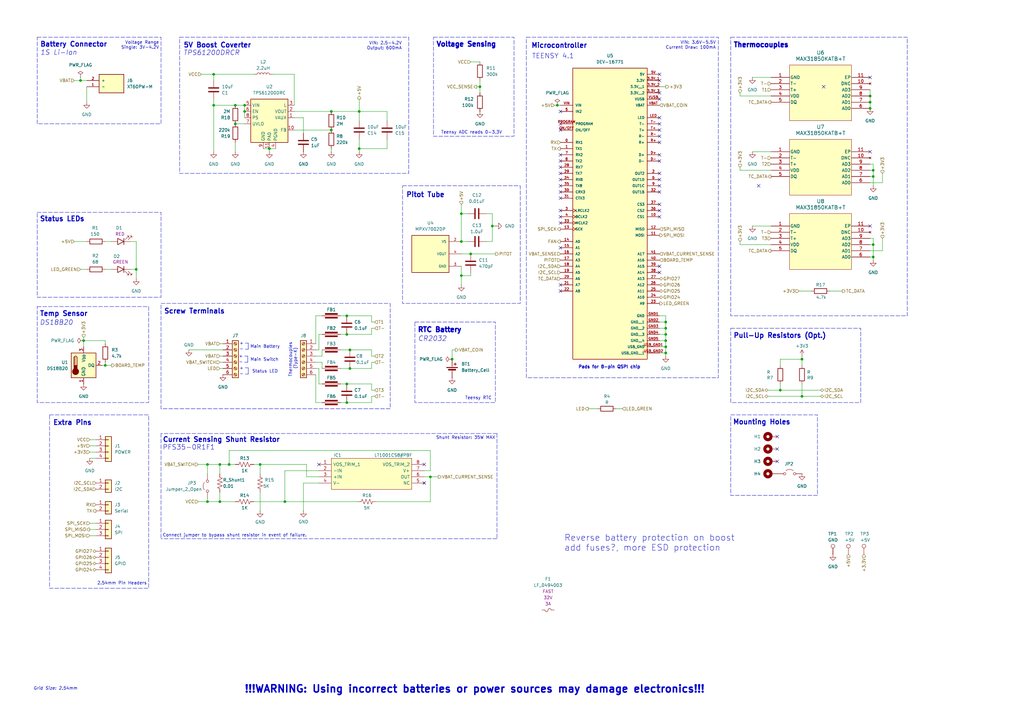
<source format=kicad_sch>
(kicad_sch (version 20231120) (generator "eeschema") (generator_version "8.0")
  (paper "A3")
  (title_block (title "VULCAN Payload") (date "05/06/2024") (rev "0") (company "Advanced Rocketry Club") (comment 4 "Designed By: Luca Beretta"))
  (junction (at 147.32 45.72))
  (junction (at 96.52 50.8))
  (junction (at 135.89 45.72))
  (junction (at 100.33 45.72))
  (junction (at 110.49 60.96))
  (junction (at 142.24 157.48))
  (junction (at 93.98 190.5))
  (junction (at 34.29 139.7))
  (junction (at 143.51 151.13))
  (junction (at 43.18 149.86))
  (junction (at 358.14 69.85))
  (junction (at 358.14 105.41))
  (junction (at 87.63 43.18))
  (junction (at 273.05 144.78))
  (junction (at 142.24 137.16))
  (junction (at 135.89 53.34))
  (junction (at 320.04 160.02))
  (junction (at 90.17 190.5))
  (junction (at 358.14 72.39))
  (junction (at 85.09 205.74))
  (junction (at 87.63 30.48))
  (junction (at 193.04 104.14))
  (junction (at 328.93 162.56))
  (junction (at 328.93 147.32))
  (junction (at 176.53 195.58))
  (junction (at 142.24 129.54))
  (junction (at 55.88 110.49))
  (junction (at 358.14 100.33))
  (junction (at 189.23 113.03))
  (junction (at 356.87 39.37))
  (junction (at 356.87 44.45))
  (junction (at 100.33 43.18))
  (junction (at 189.23 99.06))
  (junction (at 228.6 43.18))
  (junction (at 85.09 190.5))
  (junction (at 142.24 165.1))
  (junction (at 273.05 139.7))
  (junction (at 90.17 205.74))
  (junction (at 273.05 137.16))
  (junction (at 201.93 92.71))
  (junction (at 196.85 35.56))
  (junction (at 185.42 147.32))
  (junction (at 33.02 33.02))
  (junction (at 96.52 43.18))
  (junction (at 147.32 60.96))
  (junction (at 273.05 132.08))
  (junction (at 356.87 41.91))
  (junction (at 273.05 134.62))
  (junction (at 106.68 190.5))
  (junction (at 189.23 87.63))
  (junction (at 273.05 142.24))
  (junction (at 116.84 205.74))
  (junction (at 143.51 143.51))
  (no_connect (at 229.87 53.34))
  (no_connect (at 270.51 30.48))
  (no_connect (at 173.99 190.5))
  (no_connect (at 270.51 40.64))
  (no_connect (at 270.51 78.74))
  (no_connect (at 270.51 86.36))
  (no_connect (at 229.87 88.9))
  (no_connect (at 318.77 189.23))
  (no_connect (at 229.87 50.8))
  (no_connect (at 229.87 73.66))
  (no_connect (at 356.87 31.75))
  (no_connect (at 270.51 53.34))
  (no_connect (at 229.87 68.58))
  (no_connect (at 229.87 81.28))
  (no_connect (at 337.82 35.56))
  (no_connect (at 356.87 92.71))
  (no_connect (at 270.51 111.76))
  (no_connect (at 229.87 66.04))
  (no_connect (at 229.87 63.5))
  (no_connect (at 270.51 109.22))
  (no_connect (at 270.51 33.02))
  (no_connect (at 318.77 184.15))
  (no_connect (at 229.87 119.38))
  (no_connect (at 270.51 55.88))
  (no_connect (at 229.87 101.6))
  (no_connect (at 229.87 76.2))
  (no_connect (at 229.87 78.74))
  (no_connect (at 229.87 45.72))
  (no_connect (at 356.87 62.23))
  (no_connect (at 318.77 179.07))
  (no_connect (at 270.51 88.9))
  (no_connect (at 311.15 76.2))
  (no_connect (at 270.51 58.42))
  (no_connect (at 270.51 50.8))
  (no_connect (at 173.99 198.12))
  (no_connect (at 130.81 190.5))
  (no_connect (at 270.51 48.26))
  (no_connect (at 270.51 38.1))
  (no_connect (at 270.51 76.2))
  (no_connect (at 270.51 73.66))
  (no_connect (at 270.51 66.04))
  (no_connect (at 270.51 83.82))
  (no_connect (at 229.87 71.12))
  (no_connect (at 270.51 63.5))
  (no_connect (at 229.87 116.84))
  (no_connect (at 270.51 71.12))
  (no_connect (at 229.87 86.36))
  (no_connect (at 229.87 91.44))
  (wire (pts (xy 82.55 30.48) (xy 87.63 30.48)))
  (wire (pts (xy 358.14 105.41) (xy 358.14 106.68)))
  (wire (pts (xy 110.49 60.96) (xy 113.03 60.96)))
  (wire (pts (xy 85.09 204.47) (xy 85.09 205.74)))
  (wire (pts (xy 87.63 43.18) (xy 87.63 40.64)))
  (polyline (pts (xy 101.854 140.716) (xy 101.854 143.256)))
  (wire (pts (xy 227.33 43.18) (xy 228.6 43.18)))
  (wire (pts (xy 53.34 110.49) (xy 55.88 110.49)))
  (wire (pts (xy 104.14 190.5) (xy 106.68 190.5)))
  (wire (pts (xy 36.83 219.71) (xy 39.37 219.71)))
  (wire (pts (xy 158.75 60.96) (xy 147.32 60.96)))
  (wire (pts (xy 320.04 157.48) (xy 320.04 160.02)))
  (wire (pts (xy 34.29 138.43) (xy 34.29 139.7)))
  (wire (pts (xy 361.95 102.87) (xy 356.87 102.87)))
  (wire (pts (xy 36.83 185.42) (xy 39.37 185.42)))
  (wire (pts (xy 273.05 129.54) (xy 273.05 132.08)))
  (wire (pts (xy 139.7 157.48) (xy 142.24 157.48)))
  (wire (pts (xy 36.83 214.63) (xy 39.37 214.63)))
  (wire (pts (xy 147.32 60.96) (xy 147.32 62.23)))
  (wire (pts (xy 173.99 195.58) (xy 176.53 195.58)))
  (wire (pts (xy 270.51 137.16) (xy 273.05 137.16)))
  (wire (pts (xy 33.02 33.02) (xy 35.56 33.02)))
  (wire (pts (xy 100.33 43.18) (xy 100.33 45.72)))
  (wire (pts (xy 147.32 45.72) (xy 135.89 45.72)))
  (wire (pts (xy 273.05 137.16) (xy 273.05 139.7)))
  (wire (pts (xy 320.04 147.32) (xy 328.93 147.32)))
  (wire (pts (xy 356.87 100.33) (xy 358.14 100.33)))
  (wire (pts (xy 193.04 25.4) (xy 196.85 25.4)))
  (wire (pts (xy 152.4 146.05) (xy 152.4 143.51)))
  (wire (pts (xy 129.54 165.1) (xy 132.08 165.1)))
  (wire (pts (xy 55.88 99.06) (xy 55.88 110.49)))
  (wire (pts (xy 120.65 53.34) (xy 135.89 53.34)))
  (wire (pts (xy 36.83 180.34) (xy 39.37 180.34)))
  (polyline (pts (xy 100.584 153.416) (xy 101.854 153.416)))
  (wire (pts (xy 328.93 157.48) (xy 328.93 162.56)))
  (wire (pts (xy 132.08 151.13) (xy 132.08 148.59)))
  (wire (pts (xy 106.68 201.93) (xy 106.68 209.55)))
  (wire (pts (xy 77.47 143.51) (xy 91.44 143.51)))
  (wire (pts (xy 107.95 60.96) (xy 110.49 60.96)))
  (wire (pts (xy 116.84 205.74) (xy 146.685 205.74)))
  (wire (pts (xy 270.51 129.54) (xy 273.05 129.54)))
  (wire (pts (xy 34.29 139.7) (xy 34.29 142.24)))
  (wire (pts (xy 152.4 160.02) (xy 153.67 160.02)))
  (wire (pts (xy 270.51 142.24) (xy 273.05 142.24)))
  (polyline (pts (xy 100.33 148.59) (xy 101.6 148.59)))
  (wire (pts (xy 120.65 30.48) (xy 111.76 30.48)))
  (wire (pts (xy 36.83 187.96) (xy 39.37 187.96)))
  (wire (pts (xy 130.81 198.12) (xy 124.46 198.12)))
  (wire (pts (xy 303.53 100.33) (xy 316.23 100.33)))
  (wire (pts (xy 185.42 143.51) (xy 185.42 147.32)))
  (wire (pts (xy 152.4 160.02) (xy 152.4 157.48)))
  (wire (pts (xy 33.02 31.75) (xy 33.02 33.02)))
  (wire (pts (xy 186.69 143.51) (xy 185.42 143.51)))
  (wire (pts (xy 53.34 99.06) (xy 55.88 99.06)))
  (wire (pts (xy 93.98 184.785) (xy 93.98 190.5)))
  (wire (pts (xy 90.17 146.05) (xy 91.44 146.05)))
  (wire (pts (xy 273.05 146.05) (xy 273.05 144.78)))
  (wire (pts (xy 152.4 134.62) (xy 152.4 137.16)))
  (wire (pts (xy 199.39 87.63) (xy 201.93 87.63)))
  (wire (pts (xy 124.46 54.61) (xy 124.46 48.26)))
  (wire (pts (xy 273.05 142.24) (xy 273.05 144.78)))
  (wire (pts (xy 201.93 92.71) (xy 203.2 92.71)))
  (wire (pts (xy 303.53 39.37) (xy 316.23 39.37)))
  (polyline (pts (xy 101.6 146.05) (xy 101.6 148.59)))
  (wire (pts (xy 152.4 151.13) (xy 143.51 151.13)))
  (wire (pts (xy 90.17 190.5) (xy 90.17 194.31)))
  (polyline (pts (xy 66.04 177.8) (xy 66.04 220.98)) (stroke (width 0) (type dash)))
  (wire (pts (xy 356.87 67.31) (xy 358.14 67.31)))
  (wire (pts (xy 130.81 157.48) (xy 132.08 157.48)))
  (wire (pts (xy 189.23 104.14) (xy 193.04 104.14)))
  (wire (pts (xy 90.17 205.74) (xy 85.09 205.74)))
  (wire (pts (xy 130.81 137.16) (xy 130.81 143.51)))
  (wire (pts (xy 87.63 43.18) (xy 96.52 43.18)))
  (wire (pts (xy 308.61 31.75) (xy 316.23 31.75)))
  (wire (pts (xy 90.17 201.93) (xy 90.17 205.74)))
  (wire (pts (xy 152.4 137.16) (xy 142.24 137.16)))
  (wire (pts (xy 96.52 50.8) (xy 100.33 50.8)))
  (wire (pts (xy 125.73 190.5) (xy 125.73 195.58)))
  (wire (pts (xy 361.95 74.93) (xy 356.87 74.93)))
  (polyline (pts (xy 203.835 177.8) (xy 66.04 177.8)) (stroke (width 0) (type dash)))
  (wire (pts (xy 125.73 195.58) (xy 130.81 195.58)))
  (wire (pts (xy 340.36 119.38) (xy 345.44 119.38)))
  (wire (pts (xy 358.14 67.31) (xy 358.14 69.85)))
  (wire (pts (xy 356.87 39.37) (xy 356.87 41.91)))
  (wire (pts (xy 158.75 49.53) (xy 158.75 45.72)))
  (wire (pts (xy 100.33 43.18) (xy 96.52 43.18)))
  (wire (pts (xy 176.53 193.04) (xy 173.99 193.04)))
  (wire (pts (xy 129.54 153.67) (xy 129.54 165.1)))
  (wire (pts (xy 328.93 146.05) (xy 328.93 147.32)))
  (wire (pts (xy 85.09 190.5) (xy 85.09 194.31)))
  (wire (pts (xy 120.65 43.18) (xy 120.65 30.48)))
  (wire (pts (xy 43.18 110.49) (xy 45.72 110.49)))
  (wire (pts (xy 139.7 151.13) (xy 143.51 151.13)))
  (wire (pts (xy 152.4 129.54) (xy 142.24 129.54)))
  (wire (pts (xy 124.46 198.12) (xy 124.46 209.55)))
  (wire (pts (xy 273.05 134.62) (xy 273.05 137.16)))
  (wire (pts (xy 270.51 139.7) (xy 273.05 139.7)))
  (wire (pts (xy 189.23 113.03) (xy 189.23 109.22)))
  (wire (pts (xy 87.63 62.23) (xy 87.63 43.18)))
  (wire (pts (xy 327.66 119.38) (xy 332.74 119.38)))
  (wire (pts (xy 356.87 41.91) (xy 356.87 44.45)))
  (wire (pts (xy 189.23 87.63) (xy 191.77 87.63)))
  (wire (pts (xy 35.56 35.56) (xy 35.56 41.91)))
  (wire (pts (xy 147.32 57.15) (xy 147.32 60.96)))
  (wire (pts (xy 30.48 99.06) (xy 35.56 99.06)))
  (wire (pts (xy 255.27 167.64) (xy 252.73 167.64)))
  (wire (pts (xy 193.04 104.14) (xy 203.2 104.14)))
  (wire (pts (xy 361.95 71.12) (xy 361.95 74.93)))
  (wire (pts (xy 106.68 190.5) (xy 106.68 194.31)))
  (wire (pts (xy 135.89 45.72) (xy 120.65 45.72)))
  (wire (pts (xy 195.58 35.56) (xy 196.85 35.56)))
  (wire (pts (xy 176.53 184.785) (xy 176.53 193.04)))
  (polyline (pts (xy 203.835 177.8) (xy 203.835 220.98)) (stroke (width 0) (type dash)))
  (wire (pts (xy 85.09 205.74) (xy 81.28 205.74)))
  (wire (pts (xy 273.05 35.56) (xy 270.51 35.56)))
  (wire (pts (xy 356.87 97.79) (xy 358.14 97.79)))
  (wire (pts (xy 273.05 132.08) (xy 273.05 134.62)))
  (wire (pts (xy 308.61 92.71) (xy 316.23 92.71)))
  (wire (pts (xy 152.4 143.51) (xy 143.51 143.51)))
  (wire (pts (xy 41.91 149.86) (xy 43.18 149.86)))
  (wire (pts (xy 130.81 137.16) (xy 132.08 137.16)))
  (wire (pts (xy 124.46 48.26) (xy 120.65 48.26)))
  (wire (pts (xy 130.81 151.13) (xy 130.81 157.48)))
  (wire (pts (xy 314.96 162.56) (xy 328.93 162.56)))
  (wire (pts (xy 93.98 190.5) (xy 96.52 190.5)))
  (wire (pts (xy 152.4 162.56) (xy 152.4 165.1)))
  (wire (pts (xy 358.14 69.85) (xy 358.14 72.39)))
  (wire (pts (xy 142.24 165.1) (xy 139.7 165.1)))
  (wire (pts (xy 358.14 97.79) (xy 358.14 100.33)))
  (wire (pts (xy 158.75 57.15) (xy 158.75 60.96)))
  (wire (pts (xy 358.14 100.33) (xy 358.14 105.41)))
  (wire (pts (xy 85.09 190.5) (xy 90.17 190.5)))
  (wire (pts (xy 81.28 190.5) (xy 85.09 190.5)))
  (wire (pts (xy 43.18 148.59) (xy 43.18 149.86)))
  (wire (pts (xy 139.7 137.16) (xy 142.24 137.16)))
  (wire (pts (xy 314.96 160.02) (xy 320.04 160.02)))
  (wire (pts (xy 129.54 140.97) (xy 129.54 129.54)))
  (polyline (pts (xy 203.835 220.98) (xy 66.04 220.98)) (stroke (width 0) (type dash)))
  (wire (pts (xy 43.18 99.06) (xy 45.72 99.06)))
  (wire (pts (xy 147.32 40.64) (xy 147.32 45.72)))
  (wire (pts (xy 303.53 99.06) (xy 303.53 100.33)))
  (wire (pts (xy 43.18 140.97) (xy 43.18 139.7)))
  (wire (pts (xy 152.4 148.59) (xy 153.67 148.59)))
  (wire (pts (xy 129.54 143.51) (xy 130.81 143.51)))
  (wire (pts (xy 189.23 87.63) (xy 189.23 99.06)))
  (wire (pts (xy 132.08 148.59) (xy 129.54 148.59)))
  (wire (pts (xy 273.05 144.78) (xy 270.51 144.78)))
  (wire (pts (xy 153.67 162.56) (xy 152.4 162.56)))
  (wire (pts (xy 176.53 195.58) (xy 176.53 205.74)))
  (wire (pts (xy 87.63 30.48) (xy 104.14 30.48)))
  (wire (pts (xy 270.51 134.62) (xy 273.05 134.62)))
  (polyline (pts (xy 100.584 150.876) (xy 101.854 150.876)))
  (wire (pts (xy 90.17 140.97) (xy 91.44 140.97)))
  (wire (pts (xy 152.4 165.1) (xy 142.24 165.1)))
  (wire (pts (xy 196.85 35.56) (xy 196.85 38.1)))
  (wire (pts (xy 228.6 43.18) (xy 229.87 43.18)))
  (wire (pts (xy 193.04 113.03) (xy 193.04 111.76)))
  (wire (pts (xy 176.53 195.58) (xy 179.705 195.58)))
  (wire (pts (xy 147.32 45.72) (xy 147.32 49.53)))
  (wire (pts (xy 356.87 36.83) (xy 356.87 39.37)))
  (wire (pts (xy 34.29 139.7) (xy 43.18 139.7)))
  (wire (pts (xy 139.7 129.54) (xy 142.24 129.54)))
  (wire (pts (xy 147.32 45.72) (xy 158.75 45.72)))
  (wire (pts (xy 152.4 146.05) (xy 153.67 146.05)))
  (wire (pts (xy 270.51 132.08) (xy 273.05 132.08)))
  (wire (pts (xy 152.4 132.08) (xy 152.4 129.54)))
  (wire (pts (xy 356.87 105.41) (xy 358.14 105.41)))
  (wire (pts (xy 36.83 182.88) (xy 39.37 182.88)))
  (wire (pts (xy 129.54 151.13) (xy 130.81 151.13)))
  (wire (pts (xy 135.89 62.23) (xy 135.89 60.96)))
  (wire (pts (xy 191.77 99.06) (xy 189.23 99.06)))
  (wire (pts (xy 116.84 193.04) (xy 130.81 193.04)))
  (wire (pts (xy 33.02 110.49) (xy 35.56 110.49)))
  (wire (pts (xy 201.93 92.71) (xy 201.93 99.06)))
  (wire (pts (xy 189.23 116.84) (xy 189.23 113.03)))
  (wire (pts (xy 104.14 205.74) (xy 116.84 205.74)))
  (wire (pts (xy 196.85 33.02) (xy 196.85 35.56)))
  (wire (pts (xy 90.17 151.13) (xy 91.44 151.13)))
  (wire (pts (xy 154.305 205.74) (xy 176.53 205.74)))
  (wire (pts (xy 90.17 205.74) (xy 96.52 205.74)))
  (wire (pts (xy 129.54 129.54) (xy 132.08 129.54)))
  (wire (pts (xy 201.93 87.63) (xy 201.93 92.71)))
  (wire (pts (xy 152.4 148.59) (xy 152.4 151.13)))
  (wire (pts (xy 320.04 160.02) (xy 336.55 160.02)))
  (wire (pts (xy 328.93 162.56) (xy 336.55 162.56)))
  (wire (pts (xy 153.67 132.08) (xy 152.4 132.08)))
  (wire (pts (xy 90.17 190.5) (xy 93.98 190.5)))
  (wire (pts (xy 189.23 83.82) (xy 189.23 87.63)))
  (wire (pts (xy 245.11 167.64) (xy 241.3 167.64)))
  (polyline (pts (xy 101.854 150.876) (xy 101.854 153.416)))
  (wire (pts (xy 100.33 45.72) (xy 100.33 48.26)))
  (wire (pts (xy 303.53 69.85) (xy 316.23 69.85)))
  (wire (pts (xy 110.49 62.23) (xy 110.49 60.96)))
  (wire (pts (xy 132.08 143.51) (xy 132.08 146.05)))
  (wire (pts (xy 273.05 139.7) (xy 273.05 142.24)))
  (wire (pts (xy 303.53 38.1) (xy 303.53 39.37)))
  (polyline (pts (xy 100.33 146.05) (xy 101.6 146.05)))
  (polyline (pts (xy 100.584 143.256) (xy 101.854 143.256)))
  (wire (pts (xy 308.61 62.23) (xy 316.23 62.23)))
  (wire (pts (xy 201.93 99.06) (xy 199.39 99.06)))
  (wire (pts (xy 90.17 148.59) (xy 91.44 148.59)))
  (wire (pts (xy 33.02 33.02) (xy 30.48 33.02)))
  (wire (pts (xy 87.63 33.02) (xy 87.63 30.48)))
  (wire (pts (xy 55.88 114.3) (xy 55.88 110.49)))
  (wire (pts (xy 189.23 113.03) (xy 193.04 113.03)))
  (wire (pts (xy 356.87 69.85) (xy 358.14 69.85)))
  (wire (pts (xy 328.93 147.32) (xy 328.93 149.86)))
  (wire (pts (xy 356.87 72.39) (xy 358.14 72.39)))
  (wire (pts (xy 361.95 97.79) (xy 361.95 102.87)))
  (wire (pts (xy 129.54 146.05) (xy 132.08 146.05)))
  (wire (pts (xy 153.67 134.62) (xy 152.4 134.62)))
  (wire (pts (xy 36.83 217.17) (xy 39.37 217.17)))
  (polyline (pts (xy 100.584 140.716) (xy 101.854 140.716)))
  (wire (pts (xy 43.18 149.86) (xy 45.72 149.86)))
  (wire (pts (xy 358.14 72.39) (xy 358.14 76.2)))
  (wire (pts (xy 152.4 157.48) (xy 142.24 157.48)))
  (wire (pts (xy 320.04 149.86) (xy 320.04 147.32)))
  (wire (pts (xy 139.7 143.51) (xy 143.51 143.51)))
  (wire (pts (xy 116.84 193.04) (xy 116.84 205.74)))
  (wire (pts (xy 303.53 68.58) (xy 303.53 69.85)))
  (wire (pts (xy 106.68 190.5) (xy 125.73 190.5)))
  (wire (pts (xy 93.98 184.785) (xy 176.53 184.785)))
  (wire (pts (xy 96.52 62.23) (xy 96.52 58.42)))
  (rectangle (start 299.72 134.62) (end 353.06 165.1) (stroke (width 0) (type dash)))
  (rectangle (start 15.24 87.122) (end 66.04 121.92) (stroke (width 0) (type dash)))
  (rectangle (start 299.72 15.24) (end 372.11 129.54) (stroke (width 0) (type dash)))
  (rectangle (start 170.18 132.08) (end 203.2 165.1) (stroke (width 0) (type dash)))
  (rectangle (start 66.04 124.46) (end 160.02 167.64) (stroke (width 0) (type dash)))
  (rectangle (start 165.1 76.2) (end 213.36 124.46) (stroke (width 0) (type dash)))
  (rectangle (start 299.72 170.18) (end 335.28 203.2) (stroke (width 0) (type dash)))
  (rectangle (start 20.32 170.18) (end 60.96 241.3) (stroke (width 0) (type dash)))
  (rectangle (start 177.8 15.24) (end 210.82 55.88) (stroke (width 0) (type dash)))
  (rectangle (start 15.24 15.24) (end 66.04 50.8) (stroke (width 0) (type dash)))
  (rectangle (start 73.66 15.24) (end 167.64 71.12) (stroke (width 0) (type dash)))
  (rectangle (start 15.24 125.73) (end 60.96 165.1) (stroke (width 0) (type dash)))
  (rectangle (start 215.9 15.24) (end 294.64 154.94) (stroke (width 0) (type dash)))
  (text "Temp Sensor\n" (at 26.162 128.778 0) (effects (font (size 2 2) (bold yes))))
  (text "RTC Battery" (at 171.196 135.382 0) (effects (font (size 2 2) (thickness 0.8) (bold yes)) (justify left)))
  (text "Reverse battery protection on boost\nadd fuses?, more ESD protection" (at 231.394 222.758 0) (effects (font (size 2.54 2.54)) (justify left)))
  (text "-" (at 99.06 153.416 0) (effects (font (size 1.27 1.27))))
  (text "Status LED" (at 108.712 152.4 0) (effects (font (size 1.27 1.27))))
  (text "1S Li-Ion" (at 16.51 22.86 0) (effects (font (size 2 2) (italic yes)) (justify left bottom)))
  (text "Microcontroller" (at 229.362 18.796 0) (effects (font (size 2 2) (thickness 0.4) (bold yes))))
  (text "TPS61200DRCR" (at 75.184 22.987 0) (effects (font (size 2 2) (italic yes)) (justify left bottom)))
  (text "TEENSY 4.1" (at 226.822 23.114 0) (effects (font (size 2 2))))
  (text "Connect jumper to bypass shunt resistor in event of failure." (at 66.675 220.345 0) (effects (font (size 1.27 1.27)) (justify left bottom)))
  (text "Shunt Resistor: 35W MAX" (at 203.2 180.34 0) (effects (font (size 1.27 1.27)) (justify right bottom)))
  (text "Screw Terminals\n" (at 79.756 127.762 0) (effects (font (size 2 2) (bold yes))))
  (text "Pull-Up Resistors (Opt.)" (at 300.736 138.938 0) (effects (font (size 2 2) (thickness 0.4) (bold yes)) (justify left bottom)))
  (text "VIN: 2.5-4.2V\nOutput: 600mA" (at 164.846 20.574 0) (effects (font (size 1.27 1.27)) (justify right bottom)))
  (text "Current Sensing Shunt Resistor" (at 66.675 181.61 0) (effects (font (size 2 2) (thickness 0.4) (bold yes)) (justify left bottom)))
  (text "+" (at 99.06 140.97 0) (effects (font (size 1.27 1.27))))
  (text "-" (at 98.806 148.59 0) (effects (font (size 1.27 1.27))))
  (text "Status LEDs" (at 16.256 89.916 0) (effects (font (size 2 2) (bold yes)) (justify left)))
  (text "Thermocouples \n(Type-K)" (at 120.142 147.066 90) (effects (font (size 1.27 1.27))))
  (text "Thermocouples" (at 312.166 18.542 0) (effects (font (size 2 2) (thickness 0.8) (bold yes))))
  (text "Mounting Holes" (at 312.42 173.228 0) (effects (font (size 2 2) (bold yes))))
  (text "Voltage Range\nSingle: 3V-4.2V\n" (at 65.278 20.32 0) (effects (font (size 1.27 1.27)) (justify right bottom)))
  (text "DS18B20\n" (at 16.256 133.604 0) (effects (font (size 2 2) (italic yes)) (justify left bottom)))
  (text "Pitot Tube" (at 174.498 80.01 0) (effects (font (size 2 2) (bold yes))))
  (text "Teensy RTC" (at 201.676 163.322 0) (effects (font (size 1.27 1.27)) (justify right)))
  (text "Battery Connector" (at 30.226 18.288 0) (effects (font (size 2 2) (bold yes))))
  (text "Grid Size: 2.54mm" (at 13.716 283.21 0) (effects (font (size 1.27 1.27) (italic yes)) (justify left bottom)))
  (text "Main Battery" (at 108.712 142.24 0) (effects (font (size 1.27 1.27))))
  (text "-" (at 99.06 143.256 0) (effects (font (size 1.27 1.27))))
  (text "CR2032\n" (at 171.45 140.208 0) (effects (font (size 2 2) (italic yes)) (justify left bottom)))
  (text "Pads for 8-pin QSPI chip" (at 249.936 150.622 0) (effects (font (size 1.27 1.27) (bold yes))))
  (text "5V Boost Coverter" (at 75.184 19.812 0) (effects (font (size 2 2) (thickness 0.4) (bold yes)) (justify left bottom)))
  (text "Main Switch\n" (at 108.458 147.574 0) (effects (font (size 1.27 1.27))))
  (text "Extra Pins" (at 29.718 173.482 0) (effects (font (size 2 2) (bold yes))))
  (text "2.54mm Pin Headers" (at 50.038 239.268 0) (effects (font (size 1.27 1.27))))
  (text "Teensy ADC reads 0-3.3V" (at 180.848 55.118 0) (effects (font (size 1.27 1.27)) (justify left bottom)))
  (text "Voltage Sensing\n" (at 178.816 18.288 0) (effects (font (size 2 2) (thickness 0.8) (bold yes)) (justify left)))
  (text "VIN: 3.6V-5.5V\nCurrent Draw: 100mA" (at 293.624 20.32 0) (effects (font (size 1.27 1.27)) (justify right bottom)))
  (text "+" (at 99.06 151.13 0) (effects (font (size 1.27 1.27))))
  (text "!!!WARNING: Using incorrect batteries or power sources may damage electronics!!!" (at 100.076 284.48 0) (effects (font (size 3 3) (thickness 0.6) (bold yes)) (justify left bottom)))
  (text "+" (at 98.806 146.304 0) (effects (font (size 1.27 1.27))))
  (text "PFS35-0R1F1" (at 66.675 184.785 0) (effects (font (size 2 2)) (justify left bottom)))
  (hierarchical_label "VCC" (shape input) (at 36.83 180.34 180))
  (hierarchical_label "+5V" (shape output) (at 147.32 40.64 90))
  (hierarchical_label "+5V" (shape input) (at 30.48 99.06 180))
  (hierarchical_label "T-" (shape input) (at 316.23 34.29 180))
  (hierarchical_label "VBAT_COIN" (shape output) (at 186.69 143.51 0))
  (hierarchical_label "+3V3" (shape input) (at 303.53 99.06 90))
  (hierarchical_label "VBAT" (shape input) (at 90.17 146.05 180))
  (hierarchical_label "+3V3" (shape input) (at 34.29 138.43 90))
  (hierarchical_label "I2C_SDA" (shape bidirectional) (at 314.96 160.02 180))
  (hierarchical_label "SPI_MISO" (shape output) (at 36.83 217.17 180))
  (hierarchical_label "T1" (shape input) (at 316.23 36.83 180))
  (hierarchical_label "FAN" (shape output) (at 229.87 99.06 180))
  (hierarchical_label "VBAT_SWITCH" (shape input) (at 90.17 148.59 180))
  (hierarchical_label "GPIO26" (shape bidirectional) (at 39.37 228.6 180))
  (hierarchical_label "+3V3" (shape input) (at 361.95 97.79 90))
  (hierarchical_label "+5V" (shape input) (at 347.98 227.33 270))
  (hierarchical_label "I2C_SCL" (shape bidirectional) (at 314.96 162.56 180))
  (hierarchical_label "+3V3" (shape input) (at 303.53 38.1 90))
  (hierarchical_label "+3V3" (shape input) (at 303.53 68.58 90))
  (hierarchical_label "T-" (shape input) (at 153.67 148.59 0))
  (hierarchical_label "TC_DATA" (shape output) (at 345.44 119.38 0))
  (hierarchical_label "SPI_SCK" (shape input) (at 36.83 214.63 180))
  (hierarchical_label "VCC" (shape input) (at 81.28 205.74 180))
  (hierarchical_label "LED_GREEN" (shape output) (at 270.51 124.46 0))
  (hierarchical_label "+3V3" (shape input) (at 36.83 185.42 180))
  (hierarchical_label "BOARD_TEMP" (shape input) (at 270.51 106.68 0))
  (hierarchical_label "I2C_SCL" (shape input) (at 229.87 111.76 180))
  (hierarchical_label "TC_DATA" (shape output) (at 316.23 72.39 180))
  (hierarchical_label "TC_DATA" (shape output) (at 316.23 41.91 180))
  (hierarchical_label "SPI_SCK" (shape output) (at 229.87 93.98 180))
  (hierarchical_label "TC_DATA" (shape input) (at 229.87 114.3 180))
  (hierarchical_label "SPI_MOSI" (shape output) (at 270.51 96.52 0))
  (hierarchical_label "I2C_SDA" (shape bidirectional) (at 336.55 160.02 0))
  (hierarchical_label "VBAT_SWITCH" (shape input) (at 81.28 190.5 180))
  (hierarchical_label "SPI_MISO" (shape input) (at 270.51 93.98 0))
  (hierarchical_label "GPIO24" (shape bidirectional) (at 270.51 121.92 0))
  (hierarchical_label "T1" (shape input) (at 153.67 132.08 0))
  (hierarchical_label "T-" (shape input) (at 153.67 162.56 0))
  (hierarchical_label "GPIO27" (shape bidirectional) (at 39.37 226.06 180))
  (hierarchical_label "T3" (shape input) (at 316.23 97.79 180))
  (hierarchical_label "GPIO25" (shape bidirectional) (at 270.51 119.38 0))
  (hierarchical_label "GPIO26" (shape bidirectional) (at 270.51 116.84 0))
  (hierarchical_label "GPIO24" (shape bidirectional) (at 39.37 233.68 180))
  (hierarchical_label "I2C_SDA" (shape input) (at 229.87 109.22 180))
  (hierarchical_label "PITOT" (shape output) (at 203.2 104.14 0))
  (hierarchical_label "RX" (shape input) (at 229.87 58.42 180))
  (hierarchical_label "LED" (shape output) (at 241.3 167.64 180))
  (hierarchical_label "VBAT_SENSE" (shape input) (at 229.87 104.14 180))
  (hierarchical_label "VBAT_CURRENT_SENSE" (shape input) (at 270.51 104.14 0))
  (hierarchical_label "LED_GREEN" (shape input) (at 33.02 110.49 180))
  (hierarchical_label "+3V3" (shape input) (at 327.66 119.38 180))
  (hierarchical_label "GPIO25" (shape bidirectional) (at 39.37 231.14 180))
  (hierarchical_label "VBAT_COIN" (shape input) (at 270.51 43.18 0))
  (hierarchical_label "LED" (shape input) (at 90.17 151.13 180))
  (hierarchical_label "+3.3V" (shape input) (at 354.33 227.33 270))
  (hierarchical_label "VBAT" (shape input) (at 30.48 33.02 180))
  (hierarchical_label "BOARD_TEMP" (shape output) (at 45.72 149.86 0))
  (hierarchical_label "PITOT" (shape input) (at 229.87 106.68 180))
  (hierarchical_label "+3V3" (shape output) (at 273.05 35.56 0))
  (hierarchical_label "I2C_SCL" (shape input) (at 39.37 198.12 180))
  (hierarchical_label "RX" (shape input) (at 39.37 207.01 180))
  (hierarchical_label "SPI_MOSI" (shape input) (at 36.83 219.71 180))
  (hierarchical_label "GPIO27" (shape bidirectional) (at 270.51 114.3 0))
  (hierarchical_label "VCC_SENSE" (shape output) (at 195.58 35.56 180))
  (hierarchical_label "TC_DATA" (shape output) (at 316.23 102.87 180))
  (hierarchical_label "T2" (shape input) (at 316.23 67.31 180))
  (hierarchical_label "T-" (shape input) (at 316.23 64.77 180))
  (hierarchical_label "VBAT_CURRENT_SENSE" (shape output) (at 179.705 195.58 0))
  (hierarchical_label "LED_GREEN" (shape input) (at 255.27 167.64 0))
  (hierarchical_label "VCC" (shape input) (at 82.55 30.48 180))
  (hierarchical_label "T-" (shape input) (at 316.23 95.25 180))
  (hierarchical_label "T-" (shape input) (at 153.67 134.62 0))
  (hierarchical_label "+5V" (shape input) (at 36.83 182.88 180))
  (hierarchical_label "+5V" (shape input) (at 189.23 83.82 90))
  (hierarchical_label "+5V" (shape input) (at 227.33 43.18 180))
  (hierarchical_label "VBAT" (shape input) (at 90.17 140.97 180))
  (hierarchical_label "T3" (shape input) (at 153.67 160.02 0))
  (hierarchical_label "TX" (shape output) (at 229.87 60.96 180))
  (hierarchical_label "T2" (shape input) (at 153.67 146.05 0))
  (hierarchical_label "TX" (shape output) (at 39.37 209.55 180))
  (hierarchical_label "VCC" (shape input) (at 193.04 25.4 180))
  (hierarchical_label "I2C_SCL" (shape bidirectional) (at 336.55 162.56 0))
  (hierarchical_label "+3V3" (shape input) (at 361.95 71.12 90))
  (hierarchical_label "I2C_SDA" (shape input) (at 39.37 200.66 180))
  (symbol (lib_id "power:GND") (at 35.56 41.91 0) (unit 1)
    (property "Reference" "#PWR01" (effects (hide yes)))
    (property "Value" "GND" (at 35.56 46.99 0))
    (property "Description" "Power symbol creates a global label with name \"GND\" , ground" (effects (hide yes)))
  )
  (symbol (lib_id "Device:R_US") (at 100.33 205.74 90) (unit 1)
    (property "Reference" "R14" (at 100.33 203.2 90))
    (property "Value" "1K" (at 100.33 208.28 90))
    (property "Footprint" "Resistor_SMD:R_0805_2012Metric_Pad1.20x1.40mm_HandSolder" (effects (hide yes)))
  )
  (symbol (lib_id "power:GND") (at 196.85 45.72 0) (unit 1)
    (property "Reference" "#PWR022" (effects (hide yes)))
    (property "Value" "GND" (at 196.85 50.8 0))
    (property "Description" "Power symbol creates a global label with name \"GND\" , ground" (effects (hide yes)))
  )
  (symbol (lib_id "Device:R") (at 96.52 54.61 180) (unit 1)
    (property "Reference" "R19" (at 94.488 55.88 0) (effects (justify left)))
    (property "Value" "220k" (at 94.488 53.34 0) (effects (justify left)))
    (property "Footprint" "Resistor_SMD:R_0805_2012Metric_Pad1.20x1.40mm_HandSolder" (effects (hide yes)))
    (property "Description" "Resistor" (effects (hide yes)))
  )
  (symbol (lib_id "Regulator_Switching:TPS61200DRC") (at 110.49 48.26 0) (unit 1)
    (property "Reference" "U2" (at 110.49 35.56 0))
    (property "Value" "TPS61200DRC" (at 110.49 38.1 0))
    (property "Footprint" "Package_SON:Texas_S-PVSON-N10_ThermalVias" (effects (hide yes)))
    (property "Datasheet" "https://www.ti.com/lit/ds/symlink/tps61202.pdf?HQS=dis-dk-null-digikeymode-dsf-pf-null-wwe&ts=1714966065166&ref_url=https%253A%252F%252Fwww.ti.com%252Fgeneral%252Fdocs%252Fsuppproductinfo.tsp%253FdistId%253D10%2526gotoUrl%253Dhttps%253A%252F%252Fwww.ti.com%252Flit%252Fgpn%252Ftps61202" (effects (hide yes)))
    (property "Description" "Low Input Voltage Synchronous Boost Converter With 1.3A Switches, Adjustable Output Voltage, 0.3-5.5V Input Voltage, VSON-10" (effects (hide yes)))
  )
  (symbol (lib_id "Device:R_US") (at 106.68 198.12 180) (unit 1)
    (property "Reference" "R15" (at 110.49 196.85 0))
    (property "Value" "5K" (at 109.22 199.39 0))
    (property "Footprint" "Resistor_SMD:R_0805_2012Metric_Pad1.20x1.40mm_HandSolder" (effects (hide yes)))
  )
  (symbol (lib_id "power:GND") (at 110.49 62.23 0) (unit 1)
    (property "Reference" "#PWR09" (effects (hide yes)))
    (property "Value" "GND" (at 110.49 67.31 0))
    (property "Description" "Power symbol creates a global label with name \"GND\" , ground" (effects (hide yes)))
  )
  (symbol (lib_id "power:PWR_FLAG") (at 34.29 139.7 90) (unit 1)
    (property "Reference" "#FLG02" (effects (hide yes)))
    (property "Value" "PWR_FLAG" (at 30.48 139.6999 90) (effects (justify left)))
    (property "Description" "Special symbol for telling ERC where power comes from" (effects (hide yes)))
  )
  (symbol (lib_id "power:GND") (at 356.87 44.45 0) (unit 1)
    (property "Reference" "#PWR06" (effects (hide yes)))
    (property "Value" "GND" (at 356.87 49.53 0))
    (property "Description" "Power symbol creates a global label with name \"GND\" , ground" (effects (hide yes)))
  )
  (symbol (lib_id "Device:C") (at 142.24 161.29 0) (unit 1)
    (property "Reference" "C7" (at 145.288 160.02 0) (effects (justify left)))
    (property "Value" "0.1uF" (at 145.288 162.56 0) (effects (justify left)))
    (property "Footprint" "Capacitor_SMD:C_0805_2012Metric_Pad1.18x1.45mm_HandSolder" (effects (hide yes)))
    (property "Description" "Unpolarized capacitor" (effects (hide yes)))
  )
  (symbol (lib_id "Device:C") (at 142.24 133.35 0) (unit 1)
    (property "Reference" "C6" (at 145.288 132.08 0) (effects (justify left)))
    (property "Value" "0.1uF" (at 145.288 134.62 0) (effects (justify left)))
    (property "Footprint" "Capacitor_SMD:C_0805_2012Metric_Pad1.18x1.45mm_HandSolder" (effects (hide yes)))
    (property "Description" "Unpolarized capacitor" (effects (hide yes)))
  )
  (symbol (lib_id "power:GND") (at 273.05 146.05 0) (unit 1)
    (property "Reference" "#PWR024" (effects (hide yes)))
    (property "Value" "GND" (at 273.05 151.13 0))
    (property "Description" "Power symbol creates a global label with name \"GND\" , ground" (effects (hide yes)))
  )
  (symbol (lib_id "Sensor_Temperature:DS18B20") (at 34.29 149.86 0) (unit 1)
    (property "Reference" "U1" (at 27.94 148.5899 0) (effects (justify right)))
    (property "Value" "DS18B20" (at 27.94 151.1299 0) (effects (justify right)))
    (property "Footprint" "Package_TO_SOT_THT:TO-92_Inline" (effects (hide yes)))
    (property "Datasheet" "http://datasheets.maximintegrated.com/en/ds/DS18B20.pdf" (effects (hide yes)))
    (property "Description" "Programmable Resolution 1-Wire Digital Thermometer TO-92" (effects (hide yes)))
    (property "Purchase" "https://www.digikey.com/en/products/detail/umw/DS18B20/16705963" (effects (hide yes)))
  )
  (symbol (lib_id "CustomComponents:MAX31850KATB+T") (at 316.23 62.23 0) (unit 1)
    (property "Reference" "U7" (at 336.55 52.07 0) (effects (font (size 1.524 1.524))))
    (property "Value" "MAX31850KATB+T" (at 336.55 54.61 0) (effects (font (size 1.524 1.524))))
    (property "Footprint" "CustomFootprintLib:SON50P300X400X80-11N" (effects (hide yes)))
    (property "Datasheet" "MAX31850KATB+T" (effects (hide yes)))
    (property "Purchase" "https://www.digikey.com/en/products/detail/analog-devices-inc-maxim-integrated/MAX31850KATB/3976056" (effects (hide yes)))
  )
  (symbol (lib_id "Device:R_US") (at 150.495 205.74 270) (unit 1)
    (property "Reference" "R16" (at 150.495 203.2 90))
    (property "Value" "5K" (at 150.495 208.28 90))
    (property "Footprint" "Resistor_SMD:R_0805_2012Metric_Pad1.20x1.40mm_HandSolder" (effects (hide yes)))
  )
  (symbol (lib_id "power:PWR_FLAG") (at 228.6 43.18 0) (unit 1) (in_bom no)
    (property "Reference" "#FLG07" (effects (hide yes)))
    (property "Value" "PWR_FLAG" (at 228.6 38.1 0))
    (property "Description" "Special symbol for telling ERC where power comes from" (effects (hide yes)))
  )
  (symbol (lib_id "DEV-16771:DEV-16771") (at 250.19 78.74 0) (unit 1) (in_bom no)
    (property "Reference" "U5" (at 250.19 22.86 0))
    (property "Value" "DEV-16771" (at 250.19 25.4 0))
    (property "Footprint" "CustomFootprintLib:MODULE_DEV-16771" (effects (hide yes)))
    (property "MF" "SparkFun Electronics" (effects (hide yes)))
    (property "MAXIMUM_PACKAGE_HEIGHT" "4.07mm" (effects (hide yes)))
    (property "Package" "None" (effects (hide yes)))
    (property "Price" "None" (effects (hide yes)))
    (property "Check_prices" "https://www.snapeda.com/parts/DEV-16771/SparkFun+Electronics/view-part/?ref=eda" (effects (hide yes)))
    (property "STANDARD" "Manufacturer recommendations" (effects (hide yes)))
    (property "PARTREV" "4.1" (effects (hide yes)))
    (property "SnapEDA_Link" "https://www.snapeda.com/parts/DEV-16771/SparkFun+Electronics/view-part/?ref=snap" (effects (hide yes)))
    (property "MP" "DEV-16771" (effects (hide yes)))
    (property "Purchase-URL" "https://www.snapeda.com/api/url_track_click_mouser/?unipart_id=4833875&manufacturer=SparkFun Electronics&part_name=DEV-16771&search_term=None" (effects (hide yes)))
    (property "Description_1" "\nRT1062 Teensy 4.1 series ARM® Cortex®-M7 MPU Embedded Evaluation Board\n" (effects (hide yes)))
    (property "Availability" "In Stock" (effects (hide yes)))
    (property "MANUFACTURER" "SparkFun Electronics" (effects (hide yes)))
    (property "Purchase" "https://www.sparkfun.com/products/16996" (effects (hide yes)))
  )
  (symbol (lib_id "Device:R") (at 39.37 99.06 90) (unit 1)
    (property "Reference" "R1" (at 40.386 93.472 90) (effects (justify left)))
    (property "Value" "150" (at 40.894 96.012 90) (effects (justify left)))
    (property "Footprint" "Resistor_SMD:R_0805_2012Metric_Pad1.20x1.40mm_HandSolder" (effects (hide yes)))
    (property "Description" "Resistor" (effects (hide yes)))
  )
  (symbol (lib_id "power:GND") (at 87.63 62.23 0) (unit 1)
    (property "Reference" "#PWR08" (effects (hide yes)))
    (property "Value" "GND" (at 87.63 67.31 0))
    (property "Description" "Power symbol creates a global label with name \"GND\" , ground" (effects (hide yes)))
  )
  (symbol (lib_id "Mechanical:MountingHole_Pad") (at 316.23 179.07 90) (unit 1) (exclude_from_sim yes) (in_bom no)
    (property "Reference" "H1" (at 310.642 179.07 90))
    (property "Value" "MountingHole_Pad" (effects (hide yes)))
    (property "Footprint" "MountingHole:MountingHole_3.2mm_M3_Pad_Via" (effects (hide yes)))
    (property "Description" "Mounting Hole with connection" (effects (hide yes)))
  )
  (symbol (lib_id "PCM_Device_AKL:Ferrite_Bead") (at 135.89 165.1 0) (unit 1)
    (property "Reference" "FB6" (at 135.89 162.56 0))
    (property "Value" "Ferrite_Bead" (effects (hide yes)))
    (property "Footprint" "PCM_Ferrite_SMD_AKL:Ferrite_0805_2012Metric_Pad1.05x1.20mm_BigPads" (effects (hide yes)))
    (property "Description" "Ferrite bead, Alternate KiCAD Library" (effects (hide yes)))
  )
  (symbol (lib_id "Device:R") (at 39.37 110.49 270) (unit 1)
    (property "Reference" "R2" (at 39.116 104.902 90))
    (property "Value" "68" (at 39.116 107.442 90))
    (property "Footprint" "Resistor_SMD:R_0805_2012Metric_Pad1.20x1.40mm_HandSolder" (effects (hide yes)))
    (property "Description" "Resistor" (effects (hide yes)))
  )
  (symbol (lib_id "Connector_Generic:Conn_01x04") (at 44.45 228.6 0) (unit 1)
    (property "Reference" "J5" (at 46.99 228.5999 0) (effects (justify left)))
    (property "Value" "GPIO" (at 46.99 231.1399 0) (effects (justify left)))
    (property "Footprint" "Connector_PinSocket_2.54mm:PinSocket_1x04_P2.54mm_Vertical" (effects (hide yes)))
    (property "Description" "Generic connector, single row, 01x04, script generated (kicad-library-utils/schlib/autogen/connector/)" (effects (hide yes)))
  )
  (symbol (lib_id "Device:R") (at 320.04 153.67 0) (unit 1)
    (property "Reference" "R7" (at 314.452 154.94 0) (effects (justify left)))
    (property "Value" "R" (at 314.452 152.654 0) (effects (justify left)))
    (property "Footprint" "Resistor_SMD:R_0805_2012Metric_Pad1.20x1.40mm_HandSolder" (effects (hide yes)))
    (property "Description" "Resistor" (effects (hide yes)))
  )
  (symbol (lib_id "power:GND") (at 341.63 227.33 0) (unit 1)
    (property "Reference" "#PWR02" (effects (hide yes)))
    (property "Value" "GND" (at 341.63 232.41 0))
    (property "Description" "Power symbol creates a global label with name \"GND\" , ground" (effects (hide yes)))
  )
  (symbol (lib_id "Connector:Screw_Terminal_01x06") (at 96.52 146.05 0) (unit 1)
    (property "Reference" "J7" (at 96.52 137.668 0))
    (property "Value" "Screw_Terminal_01x06" (effects (hide yes)))
    (property "Footprint" "CustomFootprintLib:TERMBLOCK_OSTTE060104" (effects (hide yes)))
    (property "Description" "Generic screw terminal, single row, 01x06, script generated (kicad-library-utils/schlib/autogen/connector/)" (effects (hide yes)))
    (property "Purchase" "https://www.digikey.com/en/products/detail/on-shore-technology-inc/OSTTE060104/2351820?s=N4IgTCBcDaIPIGUAqSCiAGAbOgjOgLCALoC%2BQA" (effects (hide yes)))
  )
  (symbol (lib_id "PCM_Device_AKL:Ferrite_Bead") (at 135.89 137.16 0) (unit 1)
    (property "Reference" "FB2" (at 135.89 134.62 0))
    (property "Value" "Ferrite_Bead" (effects (hide yes)))
    (property "Footprint" "PCM_Ferrite_SMD_AKL:Ferrite_0805_2012Metric_Pad1.05x1.20mm_BigPads" (effects (hide yes)))
    (property "Description" "Ferrite bead, Alternate KiCAD Library" (effects (hide yes)))
  )
  (symbol (lib_id "Device:C") (at 195.58 99.06 90) (unit 1)
    (property "Reference" "C13" (at 195.58 92.456 90))
    (property "Value" "1.0uF" (at 195.58 94.996 90))
    (property "Footprint" "Capacitor_SMD:C_0805_2012Metric_Pad1.18x1.45mm_HandSolder" (effects (hide yes)))
    (property "Description" "Unpolarized capacitor" (effects (hide yes)))
  )
  (symbol (lib_id "power:GND") (at 135.89 62.23 0) (unit 1)
    (property "Reference" "#PWR014" (effects (hide yes)))
    (property "Value" "GND" (at 135.89 67.31 0))
    (property "Description" "Power symbol creates a global label with name \"GND\" , ground" (effects (hide yes)))
  )
  (symbol (lib_id "Connector:TestPoint") (at 354.33 227.33 0) (unit 1) (in_bom no)
    (property "Reference" "TP3" (at 352.806 218.948 0) (effects (justify left)))
    (property "Value" "+5V" (at 352.806 221.488 0) (effects (justify left)))
    (property "Footprint" "TestPoint:TestPoint_Pad_D1.0mm" (effects (hide yes)))
    (property "Description" "test point" (effects (hide yes)))
  )
  (symbol (lib_id "power:GND") (at 189.23 116.84 0) (unit 1)
    (property "Reference" "#PWR018" (effects (hide yes)))
    (property "Value" "GND" (at 189.23 121.92 0))
    (property "Description" "Power symbol creates a global label with name \"GND\" , ground" (effects (hide yes)))
  )
  (symbol (lib_name "R_US_1") (lib_id "Device:R_US") (at 90.17 198.12 180) (unit 1)
    (property "Reference" "R_Shunt1" (at 91.44 196.85 0) (effects (justify right)))
    (property "Value" "0.01" (at 91.44 199.39 0) (effects (justify right)))
    (property "Footprint" "Resistor_SMD:R_2512_6332Metric_Pad1.40x3.35mm_HandSolder" (effects (hide yes)))
    (property "Datasheet" "https://www.yageo.com/upload/media/product/app/datasheet/rchip/pyu-pe_521_rohs_l.pdf" (effects (hide yes)))
    (property "Description" "PE2512FKE070R01L" (effects (hide yes)))
  )
  (symbol (lib_id "Device:C") (at 195.58 87.63 90) (unit 1)
    (property "Reference" "C12" (at 195.58 80.01 90))
    (property "Value" "0.01uF" (at 195.58 82.55 90))
    (property "Footprint" "Capacitor_SMD:C_0805_2012Metric_Pad1.18x1.45mm_HandSolder" (effects (hide yes)))
    (property "Description" "Unpolarized capacitor" (effects (hide yes)))
  )
  (symbol (lib_id "Device:R") (at 196.85 41.91 0) (mirror y) (unit 1)
    (property "Reference" "R12" (at 194.31 40.6399 0) (effects (justify left)))
    (property "Value" "100k" (at 194.31 43.1799 0) (effects (justify left)))
    (property "Footprint" "Resistor_SMD:R_0805_2012Metric_Pad1.20x1.40mm_HandSolder" (effects (hide yes)))
    (property "Description" "Resistor" (effects (hide yes)))
  )
  (symbol (lib_id "power:GND") (at 308.61 31.75 0) (unit 1)
    (property "Reference" "#PWR026" (effects (hide yes)))
    (property "Value" "GND" (at 308.61 36.83 0))
    (property "Description" "Power symbol creates a global label with name \"GND\" , ground" (effects (hide yes)))
  )
  (symbol (lib_id "Jumper:Jumper_2_Open") (at 85.09 199.39 90) (unit 1)
    (property "Reference" "JP3" (at 76.835 198.12 90) (effects (justify right)))
    (property "Value" "Jumper_2_Open" (at 67.945 200.66 90) (effects (justify right)))
    (property "Footprint" "Jumper:SolderJumper-2_P1.3mm_Open_RoundedPad1.0x1.5mm" (effects (hide yes)))
  )
  (symbol (lib_id "Connector:TestPoint") (at 347.98 227.33 0) (unit 1) (in_bom no)
    (property "Reference" "TP2" (at 346.456 218.948 0) (effects (justify left)))
    (property "Value" "+5V" (at 346.456 221.488 0) (effects (justify left)))
    (property "Footprint" "TestPoint:TestPoint_Pad_D1.0mm" (effects (hide yes)))
    (property "Description" "test point" (effects (hide yes)))
  )
  (symbol (lib_id "Device:L") (at 107.95 30.48 90) (unit 1)
    (property "Reference" "L2" (at 107.95 25.4 90))
    (property "Value" "2.2uH" (at 107.95 27.94 90))
    (property "Description" "Inductor" (effects (hide yes)))
  )
  (symbol (lib_id "Connector_Generic:Conn_01x02") (at 44.45 198.12 0) (unit 1)
    (property "Reference" "J2" (at 46.99 198.1199 0) (effects (justify left)))
    (property "Value" "I2C" (at 46.99 200.6599 0) (effects (justify left)))
    (property "Footprint" "Connector_PinSocket_2.54mm:PinSocket_1x02_P2.54mm_Vertical" (effects (hide yes)))
    (property "Description" "Generic connector, single row, 01x02, script generated (kicad-library-utils/schlib/autogen/connector/)" (effects (hide yes)))
  )
  (symbol (lib_id "Connector:TestPoint") (at 341.63 227.33 0) (unit 1) (in_bom no)
    (property "Reference" "TP1" (at 339.598 218.948 0) (effects (justify left)))
    (property "Value" "GND" (at 339.598 221.488 0) (effects (justify left)))
    (property "Footprint" "TestPoint:TestPoint_Pad_D1.0mm" (effects (hide yes)))
    (property "Description" "test point" (effects (hide yes)))
  )
  (symbol (lib_id "Device:R") (at 196.85 29.21 0) (unit 1)
    (property "Reference" "R11" (at 199.39 27.9399 0) (effects (justify left)))
    (property "Value" "300k" (at 199.39 30.4799 0) (effects (justify left)))
    (property "Footprint" "Resistor_SMD:R_0805_2012Metric_Pad1.20x1.40mm_HandSolder" (effects (hide yes)))
    (property "Description" "Resistor" (effects (hide yes)))
  )
  (symbol (lib_id "Device:C") (at 158.75 53.34 180) (unit 1)
    (property "Reference" "C15" (at 162.052 54.61 0) (effects (justify right)))
    (property "Value" "10uF" (at 162.052 52.07 0) (effects (justify right)))
    (property "Footprint" "Capacitor_SMD:C_0805_2012Metric_Pad1.18x1.45mm_HandSolder" (effects (hide yes)))
    (property "Description" "Unpolarized capacitor" (effects (hide yes)))
  )
  (symbol (lib_id "Connector_Generic:Conn_01x02") (at 44.45 207.01 0) (unit 1)
    (property "Reference" "J3" (at 46.99 207.0099 0) (effects (justify left)))
    (property "Value" "Serial" (at 46.99 209.5499 0) (effects (justify left)))
    (property "Footprint" "Connector_PinSocket_2.54mm:PinSocket_1x02_P2.54mm_Vertical" (effects (hide yes)))
    (property "Description" "Generic connector, single row, 01x02, script generated (kicad-library-utils/schlib/autogen/connector/)" (effects (hide yes)))
  )
  (symbol (lib_id "power:GND") (at 106.68 209.55 0) (unit 1)
    (property "Reference" "#PWR023" (effects (hide yes)))
    (property "Value" "GND" (at 106.68 214.1125 0))
  )
  (symbol (lib_id "power:GND") (at 34.29 157.48 0) (unit 1)
    (property "Reference" "#PWR03" (effects (hide yes)))
    (property "Value" "GND" (at 34.29 162.56 0))
    (property "Description" "Power symbol creates a global label with name \"GND\" , ground" (effects (hide yes)))
  )
  (symbol (lib_id "Connector_Generic:Conn_01x04") (at 44.45 182.88 0) (unit 1)
    (property "Reference" "J1" (at 46.99 182.8799 0) (effects (justify left)))
    (property "Value" "POWER" (at 46.99 185.4199 0) (effects (justify left)))
    (property "Footprint" "Connector_PinSocket_2.54mm:PinSocket_1x04_P2.54mm_Vertical" (effects (hide yes)))
    (property "Description" "Generic connector, single row, 01x04, script generated (kicad-library-utils/schlib/autogen/connector/)" (effects (hide yes)))
  )
  (symbol (lib_id "power:GND") (at 203.2 92.71 90) (unit 1)
    (property "Reference" "#PWR021" (effects (hide yes)))
    (property "Value" "GND" (at 207.01 92.7099 90) (effects (justify right)))
    (property "Description" "Power symbol creates a global label with name \"GND\" , ground" (effects (hide yes)))
  )
  (symbol (lib_id "Skyhawkson-Miscellaneous:LF_0494003") (at 222.25 250.19 0) (unit 1)
    (property "Reference" "F1" (at 224.79 237.49 0))
    (property "Value" "LF_0494003" (at 224.79 240.03 0))
    (property "Footprint" "Skyhawkson_Footprints:LF_0494_(0603)" (effects (hide yes)))
    (property "Datasheet" "https://www.littelfuse.com/~/media/electronics/datasheets/fuses/littelfuse_fuse_494_datasheet.pdf.pdf" (effects (hide yes)))
    (property "Description" "FUSE FAST BLOW 3A 32V 0603 " (effects (hide yes)))
    (property "DKPN" "F5806CT-ND" (effects (hide yes)))
    (property "TYPE" "FAST" (at 224.79 242.57 0))
    (property "VOLTAGE" "32V" (at 224.79 245.11 0))
    (property "CURRENT" "3A" (at 224.79 247.65 0))
  )
  (symbol (lib_id "power:+3V3") (at 328.93 146.05 0) (unit 1)
    (property "Reference" "#PWR019" (effects (hide yes)))
    (property "Value" "+3V3" (at 328.93 141.9169 0))
  )
  (symbol (lib_id "Amplifier_Operational_Analog:LT1001CS8#PBF") (at 151.13 193.04 0) (unit 1)
    (property "Reference" "IC1" (at 138.43 186.69 0))
    (property "Value" "LT1001CS8#PBF" (at 161.29 186.69 0))
    (property "Footprint" "Amplifier_Operational_Analog:Analog_LT1001_CS8" (effects (hide yes)))
    (property "Datasheet" "www.analog.com/media/en/technical-documentation/data-sheets/LT1001.pdf" (effects (hide yes)))
    (property "Purchase" "https://www.digikey.com/en/products/detail/analog-devices-inc/lt1001cs8-pbf/891230" (effects (hide yes)))
  )
  (symbol (lib_id "Mechanical:MountingHole_Pad") (at 316.23 194.31 90) (unit 1) (exclude_from_sim yes) (in_bom no)
    (property "Reference" "H4" (at 310.642 194.31 90))
    (property "Value" "MountingHole_Pad" (effects (hide yes)))
    (property "Footprint" "MountingHole:MountingHole_3.2mm_M3_Pad_Via" (effects (hide yes)))
    (property "Description" "Mounting Hole with connection" (effects (hide yes)))
  )
  (symbol (lib_id "PCM_Device_AKL:Ferrite_Bead") (at 135.89 151.13 0) (unit 1)
    (property "Reference" "FB4" (at 135.89 148.59 0))
    (property "Value" "Ferrite_Bead" (effects (hide yes)))
    (property "Footprint" "PCM_Ferrite_SMD_AKL:Ferrite_0805_2012Metric_Pad1.05x1.20mm_BigPads" (effects (hide yes)))
    (property "Description" "Ferrite bead, Alternate KiCAD Library" (effects (hide yes)))
  )
  (symbol (lib_id "power:GND") (at 147.32 62.23 0) (unit 1)
    (property "Reference" "#PWR031" (effects (hide yes)))
    (property "Value" "GND" (at 147.32 67.31 0))
    (property "Description" "Power symbol creates a global label with name \"GND\" , ground" (effects (hide yes)))
  )
  (symbol (lib_id "power:GND") (at 91.44 153.67 0) (unit 1)
    (property "Reference" "#PWR012" (effects (hide yes)))
    (property "Value" "GND" (at 91.44 158.75 0))
    (property "Description" "Power symbol creates a global label with name \"GND\" , ground" (effects (hide yes)))
  )
  (symbol (lib_id "PCM_Device_AKL:Ferrite_Bead") (at 135.89 129.54 0) (unit 1)
    (property "Reference" "FB1" (at 135.89 127 0))
    (property "Value" "Ferrite_Bead" (effects (hide yes)))
    (property "Footprint" "PCM_Ferrite_SMD_AKL:Ferrite_0805_2012Metric_Pad1.05x1.20mm_BigPads" (effects (hide yes)))
    (property "Description" "Ferrite bead, Alternate KiCAD Library" (effects (hide yes)))
  )
  (symbol (lib_id "Device:C") (at 147.32 53.34 180) (unit 1)
    (property "Reference" "C14" (at 150.622 54.61 0) (effects (justify right)))
    (property "Value" "10uF" (at 150.622 52.07 0) (effects (justify right)))
    (property "Footprint" "Capacitor_SMD:C_0805_2012Metric_Pad1.18x1.45mm_HandSolder" (effects (hide yes)))
    (property "Description" "Unpolarized capacitor" (effects (hide yes)))
  )
  (symbol (lib_id "Device:R") (at 328.93 153.67 0) (unit 1)
    (property "Reference" "R9" (at 330.962 154.94 0) (effects (justify left)))
    (property "Value" "R" (at 330.962 152.654 0) (effects (justify left)))
    (property "Footprint" "Resistor_SMD:R_0805_2012Metric_Pad1.20x1.40mm_HandSolder" (effects (hide yes)))
    (property "Description" "Resistor" (effects (hide yes)))
  )
  (symbol (lib_id "CustomComponents:XT60PW-M") (at 45.72 35.56 0) (unit 1)
    (property "Reference" "J6" (at 52.07 33.0199 0) (effects (justify left)))
    (property "Value" "XT60PW-M" (at 52.07 35.5599 0) (effects (justify left)))
    (property "Footprint" "Connector_AMASS:AMASS_XT60IPW-M_1x03_P7.20mm_Horizontal" (effects (hide yes)))
    (property "MF" "AMASS" (effects (hide yes)))
    (property "MAXIMUM_PACKAGE_HEIGHT" "8.4 mm" (effects (hide yes)))
    (property "Package" "Package" (effects (hide yes)))
    (property "Price" "None" (effects (hide yes)))
    (property "Check_prices" "https://www.snapeda.com/parts/XT60PW-M/AMASS/view-part/?ref=eda" (effects (hide yes)))
    (property "STANDARD" "Manufacturer recommendations" (effects (hide yes)))
    (property "PARTREV" "V1.2" (effects (hide yes)))
    (property "SnapEDA_Link" "https://www.snapeda.com/parts/XT60PW-M/AMASS/view-part/?ref=snap" (effects (hide yes)))
    (property "MP" "XT60PW-M" (effects (hide yes)))
    (property "Description_1" "\nSocket, DC supply, male, PIN: 2\n" (effects (hide yes)))
    (property "Availability" "Not in stock" (effects (hide yes)))
    (property "MANUFACTURER" "AMASS" (effects (hide yes)))
  )
  (symbol (lib_id "Device:R") (at 43.18 144.78 0) (unit 1)
    (property "Reference" "R3" (at 45.72 143.5099 0) (effects (justify left)))
    (property "Value" "4.7k" (at 45.72 146.0499 0) (effects (justify left)))
    (property "Footprint" "Resistor_SMD:R_0805_2012Metric_Pad1.20x1.40mm_HandSolder" (effects (hide yes)))
    (property "Description" "Resistor" (effects (hide yes)))
  )
  (symbol (lib_id "PCM_Device_AKL:Ferrite_Bead") (at 135.89 157.48 0) (unit 1)
    (property "Reference" "FB5" (at 135.89 154.94 0))
    (property "Value" "Ferrite_Bead" (effects (hide yes)))
    (property "Footprint" "PCM_Ferrite_SMD_AKL:Ferrite_0805_2012Metric_Pad1.05x1.20mm_BigPads" (effects (hide yes)))
    (property "Description" "Ferrite bead, Alternate KiCAD Library" (effects (hide yes)))
  )
  (symbol (lib_id "power:GND") (at 185.42 154.94 0) (unit 1)
    (property "Reference" "#PWR015" (effects (hide yes)))
    (property "Value" "GND" (at 185.42 160.02 0))
    (property "Description" "Power symbol creates a global label with name \"GND\" , ground" (effects (hide yes)))
  )
  (symbol (lib_id "Skyhawkson-LEDs and Optoelectronics:OSRAM_LSR976-NR-1") (at 45.72 110.49 0) (mirror x) (unit 1)
    (property "Reference" "D2" (at 46.482 105.156 0) (effects (justify left)))
    (property "Value" "CMD17-21VGD/TR8" (effects (hide yes)))
    (property "Footprint" "Skyhawkson_Footprints:OSRAM_0805" (effects (hide yes)))
    (property "Datasheet" "https://mm.digikey.com/Volume0/opasdata/d220001/medias/docus/4320/CMD17-21_Rev10.pdf" (effects (hide yes)))
    (property "DKPN" "475-1278-1-ND" (effects (hide yes)))
    (property "Vf" "2V" (effects (hide yes)))
    (property "Current" "20mA" (effects (hide yes)))
    (property "Color" "GREEN" (at 46.228 107.442 0) (effects (justify left)))
    (property "Package" "0805" (effects (hide yes)))
    (property "Purchase" "https://www.digikey.com/en/products/detail/visual-communications-company-vcc/CMD17-21VGD-TR8/254855?s=N4IgTCBcDaIMIFkAiBGA7AWjCgagcSQHoAVAJQA4QBdAXyA" (effects (hide yes)))
  )
  (symbol (lib_id "power:GND") (at 358.14 76.2 0) (unit 1)
    (property "Reference" "#PWR020" (effects (hide yes)))
    (property "Value" "GND" (at 358.14 81.28 0))
    (property "Description" "Power symbol creates a global label with name \"GND\" , ground" (effects (hide yes)))
  )
  (symbol (lib_id "power:GND") (at 55.88 114.3 0) (unit 1)
    (property "Reference" "#PWR05" (effects (hide yes)))
    (property "Value" "GND" (at 55.88 119.38 0))
    (property "Description" "Power symbol creates a global label with name \"GND\" , ground" (effects (hide yes)))
  )
  (symbol (lib_id "power:GND") (at 36.83 187.96 0) (unit 1)
    (property "Reference" "#PWR04" (effects (hide yes)))
    (property "Value" "GND" (at 36.83 193.04 0))
    (property "Description" "Power symbol creates a global label with name \"GND\" , ground" (effects (hide yes)))
  )
  (symbol (lib_id "CustomComponents:MAX31850KATB+T") (at 316.23 92.71 0) (unit 1)
    (property "Reference" "U8" (at 336.55 82.55 0) (effects (font (size 1.524 1.524))))
    (property "Value" "MAX31850KATB+T" (at 336.55 85.09 0) (effects (font (size 1.524 1.524))))
    (property "Footprint" "CustomFootprintLib:SON50P300X400X80-11N" (effects (hide yes)))
    (property "Datasheet" "MAX31850KATB+T" (effects (hide yes)))
    (property "Purchase" "https://www.digikey.com/en/products/detail/analog-devices-inc-maxim-integrated/MAX31850KATB/3976056" (effects (hide yes)))
  )
  (symbol (lib_id "Device:R_US") (at 100.33 190.5 90) (unit 1)
    (property "Reference" "R13" (at 100.33 187.96 90))
    (property "Value" "1K" (at 100.33 193.04 90))
    (property "Footprint" "Resistor_SMD:R_0805_2012Metric_Pad1.20x1.40mm_HandSolder" (effects (hide yes)))
  )
  (symbol (lib_id "Connector_Generic:Conn_01x03") (at 44.45 217.17 0) (unit 1)
    (property "Reference" "J4" (at 46.99 215.8999 0) (effects (justify left)))
    (property "Value" "SPI" (at 46.99 218.4399 0) (effects (justify left)))
    (property "Footprint" "Connector_PinSocket_2.54mm:PinSocket_1x03_P2.54mm_Vertical" (effects (hide yes)))
    (property "Description" "Generic connector, single row, 01x03, script generated (kicad-library-utils/schlib/autogen/connector/)" (effects (hide yes)))
  )
  (symbol (lib_id "Jumper:Jumper_2_Open") (at 323.85 194.31 0) (unit 1) (exclude_from_sim yes)
    (property "Reference" "JP2" (at 323.596 190.246 0))
    (property "Value" "Jumper_2_Open" (effects (hide yes)))
    (property "Footprint" "CustomFootprintLib:SolderJumper" (effects (hide yes)))
    (property "Description" "Jumper, 2-pole, open" (effects (hide yes)))
  )
  (symbol (lib_id "Device:R") (at 135.89 49.53 0) (unit 1)
    (property "Reference" "R10" (at 137.922 48.26 0) (effects (justify left)))
    (property "Value" "2M" (at 137.922 50.8 0) (effects (justify left)))
    (property "Footprint" "Resistor_SMD:R_0805_2012Metric_Pad1.20x1.40mm_HandSolder" (effects (hide yes)))
    (property "Description" "Resistor" (effects (hide yes)))
  )
  (symbol (lib_id "Mechanical:MountingHole_Pad") (at 316.23 184.15 90) (unit 1) (exclude_from_sim yes) (in_bom no)
    (property "Reference" "H2" (at 310.642 184.15 90))
    (property "Value" "MountingHole_Pad" (effects (hide yes)))
    (property "Footprint" "MountingHole:MountingHole_3.2mm_M3_Pad_Via" (effects (hide yes)))
    (property "Description" "Mounting Hole with connection" (effects (hide yes)))
  )
  (symbol (lib_id "CustomComponents:MAX31850KATB+T") (at 316.23 31.75 0) (unit 1)
    (property "Reference" "U6" (at 336.55 21.59 0) (effects (font (size 1.524 1.524))))
    (property "Value" "MAX31850KATB+T" (at 336.55 24.13 0) (effects (font (size 1.524 1.524))))
    (property "Footprint" "CustomFootprintLib:SON50P300X400X80-11N" (effects (hide yes)))
    (property "Datasheet" "MAX31850KATB+T" (effects (hide yes)))
    (property "Purchase" "https://www.digikey.com/en/products/detail/analog-devices-inc-maxim-integrated/MAX31850KATB/3976056" (effects (hide yes)))
  )
  (symbol (lib_id "Device:C") (at 87.63 36.83 180) (unit 1)
    (property "Reference" "C1" (at 90.932 38.1 0) (effects (justify right)))
    (property "Value" "10uF" (at 90.932 35.56 0) (effects (justify right)))
    (property "Footprint" "Capacitor_SMD:C_0805_2012Metric_Pad1.18x1.45mm_HandSolder" (effects (hide yes)))
    (property "Description" "Unpolarized capacitor" (effects (hide yes)))
  )
  (symbol (lib_id "Device:Battery_Cell") (at 185.42 152.4 0) (unit 1)
    (property "Reference" "BT1" (at 189.23 149.2884 0) (effects (justify left)))
    (property "Value" "Battery_Cell" (at 189.23 151.8284 0) (effects (justify left)))
    (property "Footprint" "Battery:BatteryHolder_Keystone_1060_1x2032" (effects (hide yes)))
    (property "Description" "Single-cell battery" (effects (hide yes)))
    (property "Purchase" "https://www.digikey.com/en/products/detail/keystone-electronics/1060/303556" (effects (hide yes)))
  )
  (symbol (lib_id "Device:R") (at 248.92 167.64 90) (unit 1)
    (property "Reference" "R4" (at 248.92 162.56 90))
    (property "Value" "R" (at 248.92 165.1 90))
    (property "Description" "Resistor" (effects (hide yes)))
  )
  (symbol (lib_id "Skyhawkson-LEDs and Optoelectronics:OSRAM_LSR976-NR-1") (at 45.72 99.06 0) (unit 1)
    (property "Reference" "D1" (at 47.498 93.472 0) (effects (justify left)))
    (property "Value" "CMD17-21VRD/TR8" (effects (hide yes)))
    (property "Footprint" "Skyhawkson_Footprints:OSRAM_0805" (effects (hide yes)))
    (property "Datasheet" "https://dammedia.osram.info/media/resource/hires/osram-dam-5178068/LS%20R976_EN.pdf" (effects (hide yes)))
    (property "Description" "LED RED DIFFUSED 0805 SMD" (effects (hide yes)))
    (property "DKPN" "475-1278-1-ND" (effects (hide yes)))
    (property "Vf" "2V" (effects (hide yes)))
    (property "Current" "20mA" (effects (hide yes)))
    (property "Color" "RED" (at 47.244 96.012 0) (effects (justify left)))
    (property "Package" "0805" (effects (hide yes)))
    (property "Purchase" "https://www.digikey.com/en/products/detail/visual-communications-company-vcc/CMD17-21VRD-TR8/254853" (effects (hide yes)))
  )
  (symbol (lib_id "CustomComponents:MPXV7002DP") (at 176.53 104.14 0) (unit 1)
    (property "Reference" "U4" (at 176.53 91.44 0))
    (property "Value" "MPXV7002DP" (at 176.53 93.98 0))
    (property "Footprint" "SnapEDA Library:XDCR_MPXV7002DP" (effects (hide yes)))
    (property "PARTREV" "4" (effects (hide yes)))
    (property "MANUFACTURER" "NXP Semiconductors" (effects (hide yes)))
    (property "MAXIMUM_PACKAGE_HEIGHT" "9.91 mm" (effects (hide yes)))
    (property "STANDARD" "Manufacturer Recommendations" (effects (hide yes)))
    (property "Purchase" "https://www.digikey.com/en/products/detail/nxp-usa-inc/mpxv7002dp/1168436" (effects (hide yes)))
  )
  (symbol (lib_id "Connector:Screw_Terminal_01x06") (at 124.46 146.05 0) (mirror y) (unit 1)
    (property "Reference" "J8" (at 124.46 137.668 0))
    (property "Value" "Screw_Terminal_01x06" (effects (hide yes)))
    (property "Footprint" "CustomFootprintLib:TERMBLOCK_OSTTE060104" (effects (hide yes)))
    (property "Description" "Generic screw terminal, single row, 01x06, script generated (kicad-library-utils/schlib/autogen/connector/)" (effects (hide yes)))
    (property "Purchase" "https://www.digikey.com/en/products/detail/on-shore-technology-inc/OSTTE060104/2351820?s=N4IgTCBcDaIPIGUAqSCiAGAbOgjOgLCALoC%2BQA" (effects (hide yes)))
  )
  (symbol (lib_id "Device:C") (at 124.46 58.42 0) (unit 1)
    (property "Reference" "C5" (at 127.508 57.15 0) (effects (justify left)))
    (property "Value" "1uF" (at 127.508 59.69 0) (effects (justify left)))
    (property "Footprint" "Capacitor_SMD:C_0805_2012Metric_Pad1.18x1.45mm_HandSolder" (effects (hide yes)))
    (property "Description" "Unpolarized capacitor" (effects (hide yes)))
  )
  (symbol (lib_id "Mechanical:MountingHole_Pad") (at 316.23 189.23 90) (unit 1) (exclude_from_sim yes) (in_bom no)
    (property "Reference" "H3" (at 310.642 189.23 90))
    (property "Value" "MountingHole_Pad" (effects (hide yes)))
    (property "Footprint" "MountingHole:MountingHole_3.2mm_M3_Pad_Via" (effects (hide yes)))
    (property "Description" "Mounting Hole with connection" (effects (hide yes)))
  )
  (symbol (lib_id "Device:C") (at 143.51 147.32 0) (unit 1)
    (property "Reference" "C8" (at 146.05 146.0501 0) (effects (justify left)))
    (property "Value" "0.1uF" (at 146.05 148.5901 0) (effects (justify left)))
    (property "Footprint" "Capacitor_SMD:C_0805_2012Metric_Pad1.18x1.45mm_HandSolder" (effects (hide yes)))
    (property "Description" "Unpolarized capacitor" (effects (hide yes)))
  )
  (symbol (lib_id "Device:C") (at 193.04 107.95 0) (unit 1)
    (property "Reference" "C11" (at 196.342 106.68 0) (effects (justify left)))
    (property "Value" "470pF" (at 196.342 109.22 0) (effects (justify left)))
    (property "Footprint" "Capacitor_SMD:C_0805_2012Metric_Pad1.18x1.45mm_HandSolder" (effects (hide yes)))
    (property "Description" "Unpolarized capacitor" (effects (hide yes)))
  )
  (symbol (lib_id "power:GND") (at 328.93 194.31 0) (unit 1)
    (property "Reference" "#PWR013" (effects (hide yes)))
    (property "Value" "GND" (at 328.93 199.39 0))
    (property "Description" "Power symbol creates a global label with name \"GND\" , ground" (effects (hide yes)))
  )
  (symbol (lib_id "power:GND") (at 124.46 62.23 0) (unit 1)
    (property "Reference" "#PWR030" (effects (hide yes)))
    (property "Value" "GND" (at 124.46 67.31 0))
    (property "Description" "Power symbol creates a global label with name \"GND\" , ground" (effects (hide yes)))
  )
  (symbol (lib_id "power:GND") (at 96.52 62.23 0) (unit 1)
    (property "Reference" "#PWR032" (effects (hide yes)))
    (property "Value" "GND" (at 96.52 67.31 0))
    (property "Description" "Power symbol creates a global label with name \"GND\" , ground" (effects (hide yes)))
  )
  (symbol (lib_id "Device:R") (at 135.89 57.15 0) (unit 1)
    (property "Reference" "R8" (at 137.922 55.88 0) (effects (justify left)))
    (property "Value" "220k" (at 137.922 58.42 0) (effects (justify left)))
    (property "Footprint" "Resistor_SMD:R_0805_2012Metric_Pad1.20x1.40mm_HandSolder" (effects (hide yes)))
    (property "Description" "Resistor" (effects (hide yes)))
  )
  (symbol (lib_id "power:PWR_FLAG") (at 185.42 147.32 90) (unit 1) (in_bom no)
    (property "Reference" "#FLG06" (effects (hide yes)))
    (property "Value" "PWR_FLAG" (at 181.61 147.3199 90) (effects (justify left)))
    (property "Description" "Special symbol for telling ERC where power comes from" (effects (hide yes)))
  )
  (symbol (lib_id "power:GND") (at 308.61 92.71 0) (unit 1)
    (property "Reference" "#PWR028" (effects (hide yes)))
    (property "Value" "GND" (at 308.61 97.79 0))
    (property "Description" "Power symbol creates a global label with name \"GND\" , ground" (effects (hide yes)))
  )
  (symbol (lib_id "Device:R") (at 336.55 119.38 270) (unit 1)
    (property "Reference" "R17" (at 336.55 116.84 90))
    (property "Value" "4.7k" (at 336.804 121.92 90))
    (property "Footprint" "Resistor_SMD:R_0805_2012Metric_Pad1.20x1.40mm_HandSolder" (effects (hide yes)))
    (property "Description" "Resistor" (effects (hide yes)))
  )
  (symbol (lib_id "power:GND") (at 308.61 62.23 0) (unit 1)
    (property "Reference" "#PWR027" (effects (hide yes)))
    (property "Value" "GND" (at 308.61 67.31 0))
    (property "Description" "Power symbol creates a global label with name \"GND\" , ground" (effects (hide yes)))
  )
  (symbol (lib_id "power:GND") (at 77.47 143.51 0) (unit 1)
    (property "Reference" "#PWR07" (effects (hide yes)))
    (property "Value" "GND" (at 77.47 141.478 0))
    (property "Description" "Power symbol creates a global label with name \"GND\" , ground" (effects (hide yes)))
  )
  (symbol (lib_id "Device:R") (at 96.52 46.99 180) (unit 1)
    (property "Reference" "R18" (at 94.488 48.26 0) (effects (justify left)))
    (property "Value" "2M" (at 94.488 45.72 0) (effects (justify left)))
    (property "Footprint" "Resistor_SMD:R_0805_2012Metric_Pad1.20x1.40mm_HandSolder" (effects (hide yes)))
    (property "Description" "Resistor" (effects (hide yes)))
  )
  (symbol (lib_id "power:PWR_FLAG") (at 33.02 31.75 0) (unit 1)
    (property "Reference" "#FLG01" (effects (hide yes)))
    (property "Value" "PWR_FLAG" (at 33.02 26.67 0))
    (property "Description" "Special symbol for telling ERC where power comes from" (effects (hide yes)))
  )
  (symbol (lib_id "PCM_Device_AKL:Ferrite_Bead") (at 135.89 143.51 0) (unit 1)
    (property "Reference" "FB3" (at 135.89 140.97 0))
    (property "Value" "Ferrite_Bead" (effects (hide yes)))
    (property "Footprint" "PCM_Ferrite_SMD_AKL:Ferrite_0805_2012Metric_Pad1.05x1.20mm_BigPads" (effects (hide yes)))
    (property "Description" "Ferrite bead, Alternate KiCAD Library" (effects (hide yes)))
  )
  (symbol (lib_id "power:GND") (at 358.14 106.68 0) (unit 1)
    (property "Reference" "#PWR029" (effects (hide yes)))
    (property "Value" "GND" (at 358.14 111.76 0))
    (property "Description" "Power symbol creates a global label with name \"GND\" , ground" (effects (hide yes)))
  )
  (symbol (lib_id "power:GND") (at 124.46 209.55 0) (unit 1)
    (property "Reference" "#PWR025" (effects (hide yes)))
    (property "Value" "GND" (at 124.46 213.995 0))
  )
)
</source>
